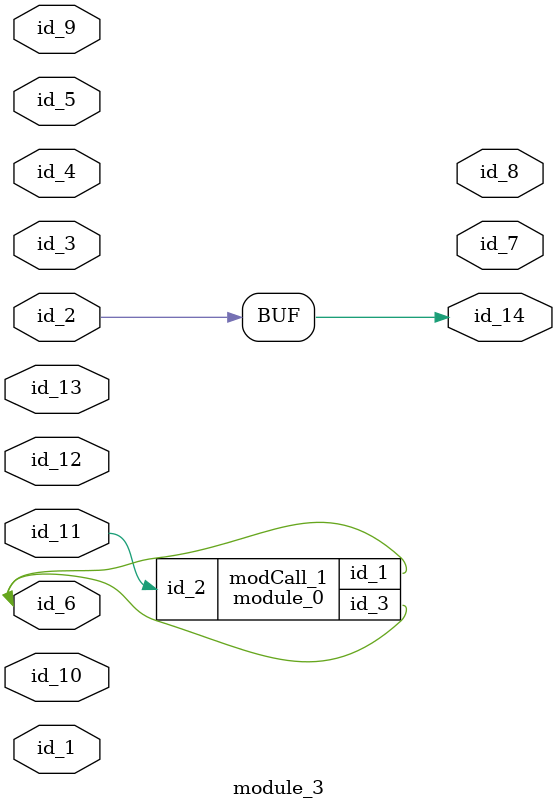
<source format=v>
module module_0 (
    id_1,
    id_2,
    id_3
);
  inout wire id_3;
  input wire id_2;
  inout wire id_1;
  wire id_4 = id_2;
endmodule
module module_1 (
    id_1
);
  output wire id_1;
  wire id_2;
  module_0 modCall_1 (
      id_2,
      id_2,
      id_2
  );
  wire id_3;
endmodule
module module_2 (
    id_1,
    id_2,
    id_3,
    id_4,
    id_5
);
  inout wire id_5;
  output wire id_4;
  output wire id_3;
  input wire id_2;
  output wire id_1;
  wire id_6;
  module_0 modCall_1 (
      id_5,
      id_6,
      id_6
  );
endmodule
module module_3 (
    id_1,
    id_2,
    id_3,
    id_4,
    id_5,
    id_6,
    id_7,
    id_8,
    id_9,
    id_10,
    id_11,
    id_12,
    id_13,
    id_14
);
  output wire id_14;
  inout wire id_13;
  input wire id_12;
  inout wire id_11;
  input wire id_10;
  input wire id_9;
  output wire id_8;
  output wire id_7;
  inout wire id_6;
  inout wire id_5;
  inout wire id_4;
  input wire id_3;
  input wire id_2;
  inout wire id_1;
  assign id_14[1'd0] = id_2;
  module_0 modCall_1 (
      id_6,
      id_11,
      id_6
  );
endmodule

</source>
